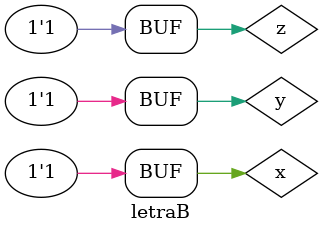
<source format=v>
/*
Pedro Correa Rigotto - Matricula 762281
guia0401b
*/

// letra b

module fxyzb (output s, input x, y, z);
	assign s = ~(~x|y)&~z;
endmodule // fxyzb

module letraB;
	reg x, y, z;
	wire s;
	fxyzb modb (s, x, y, z);
	
	initial
		begin
			$display("b) s = (x'+y)'.z'\n\nx y z s");
			$monitor("%b %b %b %b", x, y, z, s);
			   x = 0; y = 0; z = 0;
			#1 x = 0; y = 0; z = 1;
			#1 x = 0; y = 1; z = 0;
			#1 x = 0; y = 1; z = 1;
			#1 x = 1; y = 0; z = 0;
			#1 x = 1; y = 0; z = 1;
			#1 x = 1; y = 1; z = 0;
			#1 x = 1; y = 1; z = 1;
		end
endmodule // letraB
	
</source>
